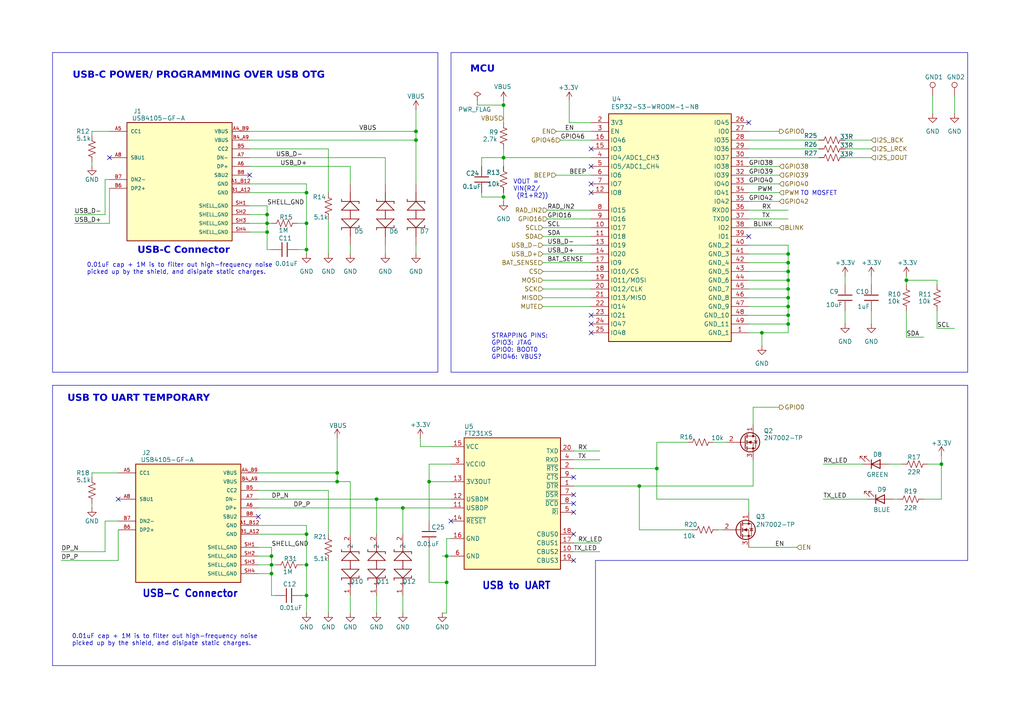
<source format=kicad_sch>
(kicad_sch (version 20250114) (generator "eeschema") (generator_version "9.0")
  (paper "A4")
  (lib_symbols
    (symbol "Connector:TestPoint" (pin_numbers (hide yes)) (pin_names (offset 0.762) (hide yes))
      (property "Reference" "TP" (at 0 6.858 0))
      (property "Value" "TestPoint" (at 0 5.08 0))
      (symbol "TestPoint_1_1"
        (pin passive line (at 0 0 90) (length 2.54) (name "1") (number "1"))
      )
    )
    (symbol "Device:C" (pin_numbers (hide yes)) (pin_names (offset 0.254))
      (property "Reference" "C" (at 0.635 2.54 0))
      (property "Value" "C" (at 0.635 -2.54 0))
      (symbol "C_1_1"
        (pin passive line (at 0 3.81 270) (length 2.794) (name "~") (number "1"))
        (pin passive line (at 0 -3.81 90) (length 2.794) (name "~") (number "2"))
      )
    )
    (symbol "Device:LED" (pin_numbers (hide yes)) (pin_names (offset 1.016) (hide yes))
      (property "Reference" "D" (at 0 2.54 0))
      (property "Value" "LED" (at 0 -2.54 0))
      (symbol "LED_1_1"
        (pin passive line (at -3.81 0 0) (length 2.54) (name "K") (number "1"))
        (pin passive line (at 3.81 0 180) (length 2.54) (name "A") (number "2"))
      )
    )
    (symbol "Device:R_US" (pin_numbers (hide yes)) (pin_names (offset 0))
      (property "Reference" "R" (at 2.54 0 90))
      (property "Value" "R_US" (at -2.54 0 90))
      (symbol "R_US_1_1"
        (pin passive line (at 0 3.81 270) (length 1.27) (name "~") (number "1"))
        (pin passive line (at 0 -3.81 90) (length 1.27) (name "~") (number "2"))
      )
    )
    (symbol "ESP32-S3-WROOM-1-N8:ESP32-S3-WROOM-1-N8"
      (property "Reference" "U" (at -10.16 29.21 0))
      (property "Value" "ESP32-S3-WROOM-1-N8" (at -10.16 26.67 0))
      (symbol "ESP32-S3-WROOM-1-N8_1_1"
        (pin passive line (at -15.24 21.59 0) (length 5.08) (name "3V3") (number "2"))
        (pin passive line (at -15.24 19.05 0) (length 5.08) (name "EN") (number "3"))
        (pin passive line (at -15.24 16.51 0) (length 5.08) (name "IO46") (number "16"))
        (pin passive line (at -15.24 13.97 0) (length 5.08) (name "IO3") (number "15"))
        (pin passive line (at -15.24 11.43 0) (length 5.08) (name "IO4/ADC1_CH3") (number "4"))
        (pin passive line (at -15.24 8.89 0) (length 5.08) (name "IO5/ADC1_CH4") (number "5"))
        (pin passive line (at -15.24 6.35 0) (length 5.08) (name "IO6") (number "6"))
        (pin passive line (at -15.24 3.81 0) (length 5.08) (name "IO7") (number "7"))
        (pin passive line (at -15.24 1.27 0) (length 5.08) (name "IO8") (number "12"))
        (pin passive line (at -15.24 -3.81 0) (length 5.08) (name "IO15") (number "8"))
        (pin passive line (at -15.24 -6.35 0) (length 5.08) (name "IO16") (number "9"))
        (pin passive line (at -15.24 -8.89 0) (length 5.08) (name "IO17") (number "10"))
        (pin passive line (at -15.24 -11.43 0) (length 5.08) (name "IO18") (number "11"))
        (pin passive line (at -15.24 -13.97 0) (length 5.08) (name "IO19") (number "13"))
        (pin passive line (at -15.24 -16.51 0) (length 5.08) (name "IO20") (number "14"))
        (pin passive line (at -15.24 -19.05 0) (length 5.08) (name "IO9") (number "17"))
        (pin passive line (at -15.24 -21.59 0) (length 5.08) (name "IO10/CS") (number "18"))
        (pin passive line (at -15.24 -24.13 0) (length 5.08) (name "IO11/MOSI") (number "19"))
        (pin passive line (at -15.24 -26.67 0) (length 5.08) (name "IO12/CLK") (number "20"))
        (pin passive line (at -15.24 -29.21 0) (length 5.08) (name "IO13/MISO") (number "21"))
        (pin passive line (at -15.24 -31.75 0) (length 5.08) (name "IO14") (number "22"))
        (pin passive line (at -15.24 -34.29 0) (length 5.08) (name "IO21") (number "23"))
        (pin passive line (at -15.24 -36.83 0) (length 5.08) (name "IO47") (number "24"))
        (pin passive line (at -15.24 -39.37 0) (length 5.08) (name "IO48") (number "25"))
        (pin passive line (at 30.48 21.59 180) (length 5.08) (name "IO45") (number "26"))
        (pin passive line (at 30.48 19.05 180) (length 5.08) (name "IO0") (number "27"))
        (pin passive line (at 30.48 16.51 180) (length 5.08) (name "IO35") (number "28"))
        (pin passive line (at 30.48 13.97 180) (length 5.08) (name "IO36") (number "29"))
        (pin passive line (at 30.48 11.43 180) (length 5.08) (name "IO37") (number "30"))
        (pin passive line (at 30.48 8.89 180) (length 5.08) (name "IO38") (number "31"))
        (pin passive line (at 30.48 6.35 180) (length 5.08) (name "IO39") (number "32"))
        (pin passive line (at 30.48 3.81 180) (length 5.08) (name "IO40") (number "33"))
        (pin passive line (at 30.48 1.27 180) (length 5.08) (name "IO41") (number "34"))
        (pin passive line (at 30.48 -1.27 180) (length 5.08) (name "IO42") (number "35"))
        (pin passive line (at 30.48 -3.81 180) (length 5.08) (name "RXD0") (number "36"))
        (pin passive line (at 30.48 -6.35 180) (length 5.08) (name "TXD0") (number "37"))
        (pin passive line (at 30.48 -8.89 180) (length 5.08) (name "IO2") (number "38"))
        (pin passive line (at 30.48 -11.43 180) (length 5.08) (name "IO1") (number "39"))
        (pin passive line (at 30.48 -13.97 180) (length 5.08) (name "GND_2") (number "40"))
        (pin passive line (at 30.48 -16.51 180) (length 5.08) (name "GND_3") (number "41"))
        (pin passive line (at 30.48 -19.05 180) (length 5.08) (name "GND_4") (number "42"))
        (pin passive line (at 30.48 -21.59 180) (length 5.08) (name "GND_5") (number "43"))
        (pin passive line (at 30.48 -24.13 180) (length 5.08) (name "GND_6") (number "44"))
        (pin passive line (at 30.48 -26.67 180) (length 5.08) (name "GND_7") (number "45"))
        (pin passive line (at 30.48 -29.21 180) (length 5.08) (name "GND_8") (number "46"))
        (pin passive line (at 30.48 -31.75 180) (length 5.08) (name "GND_9") (number "47"))
        (pin passive line (at 30.48 -34.29 180) (length 5.08) (name "GND_10") (number "48"))
        (pin passive line (at 30.48 -36.83 180) (length 5.08) (name "GND_11") (number "49"))
        (pin passive line (at 30.48 -39.37 180) (length 5.08) (name "GND_1") (number "1"))
      )
    )
    (symbol "Interface_USB:FT231XS"
      (property "Reference" "U" (at -13.97 20.32 0))
      (property "Value" "FT231XS" (at 7.62 20.32 0))
      (symbol "FT231XS_1_1"
        (pin power_in line (at -17.78 16.51 0) (length 3.81) (name "VCC") (number "15"))
        (pin power_in line (at -17.78 11.43 0) (length 3.81) (name "VCCIO") (number "3"))
        (pin power_out line (at -17.78 6.35 0) (length 3.81) (name "3V3OUT") (number "13"))
        (pin bidirectional line (at -17.78 1.27 0) (length 3.81) (name "USBDM") (number "12"))
        (pin bidirectional line (at -17.78 -1.27 0) (length 3.81) (name "USBDP") (number "11"))
        (pin input line (at -17.78 -5.08 0) (length 3.81) (name "~{RESET}") (number "14"))
        (pin power_in line (at -17.78 -10.16 0) (length 3.81) (name "GND") (number "16"))
        (pin power_in line (at -17.78 -15.24 0) (length 3.81) (name "GND") (number "6"))
        (pin output line (at 17.78 15.24 180) (length 3.81) (name "TXD") (number "20"))
        (pin input line (at 17.78 12.7 180) (length 3.81) (name "RXD") (number "4"))
        (pin output line (at 17.78 10.16 180) (length 3.81) (name "~{RTS}") (number "2"))
        (pin input line (at 17.78 7.62 180) (length 3.81) (name "~{CTS}") (number "9"))
        (pin output line (at 17.78 5.08 180) (length 3.81) (name "~{DTR}") (number "1"))
        (pin input line (at 17.78 2.54 180) (length 3.81) (name "~{DSR}") (number "7"))
        (pin input line (at 17.78 0 180) (length 3.81) (name "~{DCD}") (number "8"))
        (pin input line (at 17.78 -2.54 180) (length 3.81) (name "~{RI}") (number "5"))
        (pin bidirectional line (at 17.78 -8.89 180) (length 3.81) (name "CBUS0") (number "18"))
        (pin bidirectional line (at 17.78 -11.43 180) (length 3.81) (name "CBUS1") (number "17"))
        (pin bidirectional line (at 17.78 -13.97 180) (length 3.81) (name "CBUS2") (number "10"))
        (pin bidirectional line (at 17.78 -16.51 180) (length 3.81) (name "CBUS3") (number "19"))
      )
    )
    (symbol "PESD5V0S1BA_1" (pin_names (offset 0.254))
      (property "Reference" "CR" (at 9.525 -5.715 0))
      (property "Value" "PESD5V0S1BA" (at 8.89 -9.525 0))
      (symbol "PESD5V0S1BA_1_1_1"
        (pin power_in line (at 0 0 0) (length 2.54) (name "1") (number "1"))
        (pin passive line (at 17.78 0 180) (length 2.54) (name "2") (number "2"))
      )
    )
    (symbol "PESD5V0S1BA_2" (pin_numbers (hide yes)) (pin_names (offset 0.254) (hide yes))
      (property "Reference" "CR" (at 9.525 -5.715 0))
      (property "Value" "PESD5V0S1BA" (at 8.89 -9.525 0))
      (symbol "PESD5V0S1BA_2_1_1"
        (pin power_in line (at 0 0 0) (length 2.54) (name "1") (number "1"))
        (pin passive line (at 17.78 0 180) (length 2.54) (name "2") (number "2"))
      )
    )
    (symbol "Transistor_FET:BS108" (pin_names (hide yes))
      (property "Reference" "Q" (at 5.08 1.905 0))
      (property "Value" "BS108" (at 5.08 0 0))
      (symbol "BS108_1_1"
        (pin input line (at -5.08 0 0) (length 2.54) (name "G") (number "2"))
        (pin passive line (at 2.54 5.08 270) (length 2.54) (name "D") (number "1"))
        (pin passive line (at 2.54 -5.08 90) (length 2.54) (name "S") (number "3"))
      )
    )
    (symbol "USB4105-GF-A:USB4105-GF-A" (pin_names (offset 1.016))
      (property "Reference" "J" (at -13.97 13.462 0))
      (property "Value" "USB4105-GF-A" (at -14.732 -25.4 0))
      (symbol "USB4105-GF-A_0_0"
        (pin bidirectional line (at -20.32 10.16 0) (length 5.08) (name "CC1") (number "A5"))
        (pin bidirectional line (at -20.32 2.54 0) (length 5.08) (name "SBU1") (number "A8"))
        (pin power_in line (at 20.32 7.62 180) (length 5.08) (name "VBUS") (number "B4_A9"))
        (pin bidirectional line (at 20.32 5.08 180) (length 5.08) (name "CC2") (number "B5"))
        (pin bidirectional line (at 20.32 -2.54 180) (length 5.08) (name "SBU2") (number "B8"))
        (pin power_in line (at 20.32 -5.08 180) (length 5.08) (name "GND") (number "A1_B12"))
        (pin power_in line (at 20.32 -7.62 180) (length 5.08) (name "GND") (number "B1_A12"))
      )
      (symbol "USB4105-GF-A_1_0"
        (pin bidirectional line (at -20.32 -3.81 0) (length 5.08) (name "DN2-") (number "B7"))
        (pin bidirectional line (at -20.32 -6.35 0) (length 5.08) (name "DP2+") (number "B6"))
        (pin power_in line (at 20.32 10.16 180) (length 5.08) (name "VBUS") (number "A4_B9"))
        (pin bidirectional line (at 20.32 2.54 180) (length 5.08) (name "DN-") (number "A7"))
        (pin bidirectional line (at 20.32 0 180) (length 5.08) (name "DP+") (number "A6"))
        (pin passive line (at 20.32 -11.43 180) (length 5.08) (name "SHELL_GND") (number "SH1"))
        (pin passive line (at 20.32 -13.97 180) (length 5.08) (name "SHELL_GND") (number "SH2"))
        (pin passive line (at 20.32 -16.51 180) (length 5.08) (name "SHELL_GND") (number "SH3"))
        (pin passive line (at 20.32 -19.05 180) (length 5.08) (name "SHELL_GND") (number "SH4"))
      )
    )
    (symbol "USB4105-GF-A_1" (pin_names (offset 1.016))
      (property "Reference" "J" (at -13.97 13.462 0))
      (property "Value" "USB4105-GF-A" (at -14.732 -25.4 0))
      (symbol "USB4105-GF-A_1_0_0"
        (pin bidirectional line (at -20.32 10.16 0) (length 5.08) (name "CC1") (number "A5"))
        (pin bidirectional line (at -20.32 2.54 0) (length 5.08) (name "SBU1") (number "A8"))
        (pin power_in line (at 20.32 7.62 180) (length 5.08) (name "VBUS") (number "B4_A9"))
        (pin bidirectional line (at 20.32 5.08 180) (length 5.08) (name "CC2") (number "B5"))
        (pin bidirectional line (at 20.32 -2.54 180) (length 5.08) (name "SBU2") (number "B8"))
        (pin power_in line (at 20.32 -5.08 180) (length 5.08) (name "GND") (number "A1_B12"))
        (pin power_in line (at 20.32 -7.62 180) (length 5.08) (name "GND") (number "B1_A12"))
      )
      (symbol "USB4105-GF-A_1_1_0"
        (pin bidirectional line (at -20.32 -3.81 0) (length 5.08) (name "DN2-") (number "B7"))
        (pin bidirectional line (at -20.32 -6.35 0) (length 5.08) (name "DP2+") (number "B6"))
        (pin power_in line (at 20.32 10.16 180) (length 5.08) (name "VBUS") (number "A4_B9"))
        (pin bidirectional line (at 20.32 2.54 180) (length 5.08) (name "DN-") (number "A7"))
        (pin bidirectional line (at 20.32 0 180) (length 5.08) (name "DP+") (number "A6"))
        (pin passive line (at 20.32 -11.43 180) (length 5.08) (name "SHELL_GND") (number "SH1"))
        (pin passive line (at 20.32 -13.97 180) (length 5.08) (name "SHELL_GND") (number "SH2"))
        (pin passive line (at 20.32 -16.51 180) (length 5.08) (name "SHELL_GND") (number "SH3"))
        (pin passive line (at 20.32 -19.05 180) (length 5.08) (name "SHELL_GND") (number "SH4"))
      )
    )
    (symbol "power:+3.3V" (power) (pin_numbers (hide yes)) (pin_names (offset 0) (hide yes))
      (property "Value" "+3.3V" (at 0 3.556 0))
      (symbol "+3.3V_1_1"
        (pin power_in line (at 0 0 90) (length 0) (name "~") (number "1"))
      )
    )
    (symbol "power:+5V" (power) (pin_numbers (hide yes)) (pin_names (offset 0) (hide yes))
      (property "Value" "+5V" (at 0 3.556 0))
      (symbol "+5V_1_1"
        (pin power_in line (at 0 0 90) (length 0) (name "~") (number "1"))
      )
    )
    (symbol "power:+BATT" (power) (pin_numbers (hide yes)) (pin_names (offset 0) (hide yes))
      (property "Value" "+BATT" (at 0 3.556 0))
      (symbol "+BATT_1_1"
        (pin power_in line (at 0 0 90) (length 0) (name "~") (number "1"))
      )
    )
    (symbol "power:GND" (power) (pin_numbers (hide yes)) (pin_names (offset 0) (hide yes))
      (property "Value" "GND" (at 0 -3.81 0))
      (symbol "GND_1_1"
        (pin power_in line (at 0 0 270) (length 0) (name "~") (number "1"))
      )
    )
    (symbol "power:PWR_FLAG" (power) (pin_numbers (hide yes)) (pin_names (offset 0) (hide yes))
      (property "Value" "PWR_FLAG" (at 0 3.81 0))
      (symbol "PWR_FLAG_0_0"
        (pin power_out line (at 0 0 90) (length 0) (name "~") (number "1"))
      )
    )
    (symbol "power:VBUS" (power) (pin_numbers (hide yes)) (pin_names (offset 0) (hide yes))
      (property "Value" "VBUS" (at 0 3.556 0))
      (symbol "VBUS_1_1"
        (pin power_in line (at 0 0 90) (length 0) (name "~") (number "1"))
      )
    )
  )
  (rectangle (start 130.81 15.24) (end 280.67 107.95))
  (rectangle (start 15.24 15.24) (end 127 107.95))
  (rectangle (start 15.24 110.49) (end 165.1 182.88) (stroke (width -0.0001)))
  (text "USB-C POWER/ PROGRAMMING OVER USB OTG" (at 21.082 23.622 0) (effects (font (size 2 2) (thickness 1.016) (bold yes)) (justify left bottom)))
  (text "0.01uF cap + 1M is to filter out high-frequency noise \npicked up by the shield, and disipate static charges." (at 25.146 77.978 0) (effects (font (size 1.27 1.27)) (justify left)))
  (text "MCU" (at 136.398 21.844 0) (effects (font (size 2 2) (thickness 1.016) (bold yes)) (justify left bottom)))
  (text "0.01uF cap + 1M is to filter out high-frequency noise \npicked up by the shield, and disipate static charges." (at 20.828 185.674 0) (effects (font (size 1.27 1.27)) (justify left)))
  (text "VOUT = \nVIN(R2/\n (R1+R2))" (at 148.844 54.864 0) (effects (font (size 1.27 1.27)) (justify left)))
  (text "USB TO UART TEMPORARY" (at 19.558 117.348 0) (effects (font (size 2 2) (thickness 0.4064) (bold yes)) (justify left bottom)))
  (text "TO MOSFET" (at 232.156 56.134 0) (effects (font (size 1.27 1.27)) (justify left)))
  (text "USB-C Connector" (at 39.878 74.422 0) (effects (font (size 2 2) (thickness 0.4064) (bold yes)) (justify left bottom)))
  (text "STRAPPING PINS: \nGPIO3: JTAG\nGPIO0: BOOT0\nGPIO46: VBUS?" (at 142.494 100.584 0) (effects (font (size 1.27 1.27)) (justify left)))
  (text "USB to UART" (at 139.7 171.196 0) (effects (font (size 2.032 2.032) (thickness 0.4064) (bold yes)) (justify left bottom)))
  (text "USB-C Connector" (at 41.148 173.482 0) (effects (font (size 2.032 2.032) (thickness 0.4064) (bold yes)) (justify left bottom)))
  (junction (at 273.05 134.62))
  (junction (at 116.84 147.32))
  (junction (at 78.74 161.29))
  (junction (at 88.9 55.88))
  (junction (at 185.42 140.97))
  (junction (at 120.65 40.64))
  (junction (at 97.79 139.7))
  (junction (at 146.05 45.72))
  (junction (at 88.9 172.72))
  (junction (at 146.05 57.15))
  (junction (at 228.6 86.36))
  (junction (at 88.9 64.77))
  (junction (at 262.89 81.28))
  (junction (at 146.05 30.48))
  (junction (at 228.6 88.9))
  (junction (at 77.47 67.31))
  (junction (at 220.98 96.52))
  (junction (at 190.5 135.89))
  (junction (at 129.54 168.91))
  (junction (at 109.22 144.78))
  (junction (at 88.9 163.83))
  (junction (at 228.6 76.2))
  (junction (at 228.6 91.44))
  (junction (at 78.74 166.37))
  (junction (at 88.9 154.94))
  (junction (at 228.6 73.66))
  (junction (at 77.47 64.77))
  (junction (at 228.6 83.82))
  (junction (at 228.6 78.74))
  (junction (at 228.6 93.98))
  (junction (at 88.9 72.39))
  (junction (at 124.46 139.7))
  (junction (at 129.54 161.29))
  (junction (at 78.74 163.83))
  (junction (at 97.79 137.16))
  (junction (at 228.6 81.28))
  (junction (at 120.65 38.1))
  (junction (at 77.47 62.23))
  (no_connect (at 166.37 148.59))
  (no_connect (at 72.39 50.8))
  (no_connect (at 130.81 151.13))
  (no_connect (at 217.17 35.56))
  (no_connect (at 166.37 138.43))
  (no_connect (at 171.45 93.98))
  (no_connect (at 166.37 154.94))
  (no_connect (at 34.29 144.78))
  (no_connect (at 171.45 91.44))
  (no_connect (at 171.45 43.18))
  (no_connect (at 171.45 48.26))
  (no_connect (at 166.37 146.05))
  (no_connect (at 217.17 68.58))
  (no_connect (at 171.45 55.88))
  (no_connect (at 74.93 149.86))
  (no_connect (at 166.37 162.56))
  (no_connect (at 166.37 143.51))
  (no_connect (at 171.45 53.34))
  (no_connect (at 31.75 45.72))
  (no_connect (at 171.45 96.52))
  (wire (pts (xy 157.48 86.36) (xy 171.45 86.36)))
  (wire (pts (xy 120.65 40.64) (xy 120.65 53.34)))
  (wire (pts (xy 226.06 118.11) (xy 218.44 118.11)))
  (wire (pts (xy 166.37 140.97) (xy 185.42 140.97)))
  (wire (pts (xy 146.05 45.72) (xy 146.05 48.26)))
  (wire (pts (xy 228.6 91.44) (xy 217.17 91.44)))
  (polyline (pts (xy 280.67 162.56) (xy 172.72 162.56)))
  (wire (pts (xy 217.17 60.96) (xy 228.6 60.96)))
  (wire (pts (xy 158.75 63.5) (xy 171.45 63.5)))
  (wire (pts (xy 185.42 140.97) (xy 218.44 140.97)))
  (wire (pts (xy 120.65 38.1) (xy 120.65 40.64)))
  (wire (pts (xy 217.17 144.78) (xy 217.17 148.59)))
  (wire (pts (xy 273.05 134.62) (xy 269.24 134.62)))
  (wire (pts (xy 120.65 31.75) (xy 120.65 38.1)))
  (wire (pts (xy 161.29 50.8) (xy 171.45 50.8)))
  (wire (pts (xy 217.17 45.72) (xy 237.49 45.72)))
  (wire (pts (xy 77.47 72.39) (xy 77.47 67.31)))
  (wire (pts (xy 74.93 152.4) (xy 88.9 152.4)))
  (wire (pts (xy 273.05 132.08) (xy 273.05 134.62)))
  (wire (pts (xy 17.78 160.02) (xy 30.48 160.02)))
  (wire (pts (xy 276.86 27.94) (xy 276.86 33.02)))
  (wire (pts (xy 74.93 158.75) (xy 78.74 158.75)))
  (wire (pts (xy 129.54 168.91) (xy 129.54 177.8)))
  (wire (pts (xy 271.78 95.25) (xy 276.86 95.25)))
  (wire (pts (xy 228.6 78.74) (xy 228.6 81.28)))
  (wire (pts (xy 139.7 45.72) (xy 146.05 45.72)))
  (wire (pts (xy 130.81 139.7) (xy 124.46 139.7)))
  (wire (pts (xy 228.6 86.36) (xy 228.6 88.9)))
  (wire (pts (xy 190.5 144.78) (xy 217.17 144.78)))
  (wire (pts (xy 161.29 38.1) (xy 171.45 38.1)))
  (wire (pts (xy 17.78 162.56) (xy 34.29 162.56)))
  (wire (pts (xy 78.74 172.72) (xy 78.74 166.37)))
  (wire (pts (xy 245.11 43.18) (xy 252.73 43.18)))
  (wire (pts (xy 238.76 144.78) (xy 251.46 144.78)))
  (wire (pts (xy 157.48 73.66) (xy 171.45 73.66)))
  (wire (pts (xy 111.76 45.72) (xy 111.76 53.34)))
  (wire (pts (xy 26.67 137.16) (xy 26.67 138.43)))
  (wire (pts (xy 88.9 64.77) (xy 88.9 72.39)))
  (wire (pts (xy 146.05 43.18) (xy 146.05 45.72)))
  (wire (pts (xy 259.08 144.78) (xy 260.35 144.78)))
  (wire (pts (xy 72.39 53.34) (xy 88.9 53.34)))
  (wire (pts (xy 74.93 137.16) (xy 97.79 137.16)))
  (wire (pts (xy 217.17 71.12) (xy 228.6 71.12)))
  (wire (pts (xy 101.6 48.26) (xy 101.6 53.34)))
  (wire (pts (xy 220.98 96.52) (xy 220.98 100.33)))
  (wire (pts (xy 124.46 139.7) (xy 124.46 151.13)))
  (wire (pts (xy 217.17 48.26) (xy 226.06 48.26)))
  (wire (pts (xy 124.46 134.62) (xy 124.46 139.7)))
  (wire (pts (xy 185.42 140.97) (xy 185.42 153.67)))
  (wire (pts (xy 109.22 144.78) (xy 109.22 154.94)))
  (wire (pts (xy 88.9 154.94) (xy 88.9 163.83)))
  (wire (pts (xy 111.76 71.12) (xy 111.76 73.66)))
  (wire (pts (xy 31.75 38.1) (xy 26.67 38.1)))
  (wire (pts (xy 80.01 163.83) (xy 78.74 163.83)))
  (wire (pts (xy 146.05 30.48) (xy 146.05 35.56)))
  (wire (pts (xy 217.17 86.36) (xy 228.6 86.36)))
  (wire (pts (xy 217.17 96.52) (xy 220.98 96.52)))
  (wire (pts (xy 72.39 67.31) (xy 77.47 67.31)))
  (wire (pts (xy 162.56 40.64) (xy 171.45 40.64)))
  (wire (pts (xy 34.29 162.56) (xy 34.29 153.67)))
  (wire (pts (xy 34.29 137.16) (xy 26.67 137.16)))
  (wire (pts (xy 245.11 80.01) (xy 245.11 82.55)))
  (wire (pts (xy 101.6 139.7) (xy 101.6 154.94)))
  (wire (pts (xy 72.39 62.23) (xy 77.47 62.23)))
  (wire (pts (xy 271.78 81.28) (xy 271.78 82.55)))
  (wire (pts (xy 217.17 38.1) (xy 226.06 38.1)))
  (wire (pts (xy 97.79 139.7) (xy 101.6 139.7)))
  (wire (pts (xy 26.67 38.1) (xy 26.67 39.37)))
  (wire (pts (xy 74.93 147.32) (xy 116.84 147.32)))
  (wire (pts (xy 95.25 43.18) (xy 95.25 55.88)))
  (wire (pts (xy 217.17 55.88) (xy 226.06 55.88)))
  (wire (pts (xy 228.6 73.66) (xy 228.6 76.2)))
  (wire (pts (xy 72.39 43.18) (xy 95.25 43.18)))
  (wire (pts (xy 165.1 35.56) (xy 171.45 35.56)))
  (wire (pts (xy 138.43 29.21) (xy 138.43 30.48)))
  (polyline (pts (xy 15.24 111.76) (xy 280.67 111.76)))
  (wire (pts (xy 88.9 55.88) (xy 88.9 64.77)))
  (wire (pts (xy 34.29 151.13) (xy 30.48 151.13)))
  (wire (pts (xy 157.48 71.12) (xy 171.45 71.12)))
  (wire (pts (xy 166.37 135.89) (xy 190.5 135.89)))
  (wire (pts (xy 217.17 73.66) (xy 228.6 73.66)))
  (wire (pts (xy 30.48 52.07) (xy 30.48 62.23)))
  (wire (pts (xy 245.11 90.17) (xy 245.11 93.98)))
  (wire (pts (xy 217.17 63.5) (xy 228.6 63.5)))
  (wire (pts (xy 88.9 152.4) (xy 88.9 154.94)))
  (wire (pts (xy 74.93 142.24) (xy 95.25 142.24)))
  (wire (pts (xy 217.17 58.42) (xy 226.06 58.42)))
  (wire (pts (xy 95.25 63.5) (xy 95.25 73.66)))
  (wire (pts (xy 262.89 90.17) (xy 262.89 97.79)))
  (wire (pts (xy 228.6 71.12) (xy 228.6 73.66)))
  (wire (pts (xy 74.93 166.37) (xy 78.74 166.37)))
  (wire (pts (xy 97.79 127) (xy 97.79 137.16)))
  (wire (pts (xy 72.39 38.1) (xy 120.65 38.1)))
  (wire (pts (xy 77.47 59.69) (xy 77.47 62.23)))
  (wire (pts (xy 157.48 88.9) (xy 171.45 88.9)))
  (wire (pts (xy 228.6 93.98) (xy 228.6 96.52)))
  (wire (pts (xy 157.48 81.28) (xy 171.45 81.28)))
  (wire (pts (xy 129.54 161.29) (xy 129.54 168.91)))
  (wire (pts (xy 171.45 45.72) (xy 146.05 45.72)))
  (wire (pts (xy 228.6 91.44) (xy 228.6 93.98)))
  (wire (pts (xy 146.05 57.15) (xy 146.05 58.42)))
  (wire (pts (xy 139.7 57.15) (xy 146.05 57.15)))
  (wire (pts (xy 72.39 48.26) (xy 101.6 48.26)))
  (wire (pts (xy 72.39 45.72) (xy 111.76 45.72)))
  (wire (pts (xy 157.48 66.04) (xy 171.45 66.04)))
  (wire (pts (xy 21.59 62.23) (xy 30.48 62.23)))
  (wire (pts (xy 217.17 83.82) (xy 228.6 83.82)))
  (wire (pts (xy 217.17 78.74) (xy 228.6 78.74)))
  (wire (pts (xy 86.36 64.77) (xy 88.9 64.77)))
  (wire (pts (xy 218.44 118.11) (xy 218.44 123.19)))
  (wire (pts (xy 262.89 81.28) (xy 262.89 82.55)))
  (wire (pts (xy 217.17 53.34) (xy 226.06 53.34)))
  (wire (pts (xy 217.17 40.64) (xy 237.49 40.64)))
  (wire (pts (xy 74.93 154.94) (xy 88.9 154.94)))
  (wire (pts (xy 116.84 147.32) (xy 130.81 147.32)))
  (wire (pts (xy 77.47 72.39) (xy 78.74 72.39)))
  (wire (pts (xy 31.75 52.07) (xy 30.48 52.07)))
  (wire (pts (xy 101.6 172.72) (xy 101.6 177.8)))
  (wire (pts (xy 26.67 146.05) (xy 26.67 147.32)))
  (wire (pts (xy 217.17 66.04) (xy 226.06 66.04)))
  (wire (pts (xy 26.67 46.99) (xy 26.67 48.26)))
  (wire (pts (xy 129.54 161.29) (xy 128.27 161.29)))
  (wire (pts (xy 245.11 45.72) (xy 252.73 45.72)))
  (polyline (pts (xy 280.67 111.76) (xy 280.67 162.56)))
  (wire (pts (xy 74.93 144.78) (xy 109.22 144.78)))
  (wire (pts (xy 78.74 158.75) (xy 78.74 161.29)))
  (wire (pts (xy 109.22 172.72) (xy 109.22 177.8)))
  (wire (pts (xy 228.6 81.28) (xy 228.6 83.82)))
  (wire (pts (xy 208.28 153.67) (xy 209.55 153.67)))
  (wire (pts (xy 124.46 134.62) (xy 130.81 134.62)))
  (wire (pts (xy 217.17 50.8) (xy 226.06 50.8)))
  (wire (pts (xy 124.46 168.91) (xy 129.54 168.91)))
  (wire (pts (xy 72.39 64.77) (xy 77.47 64.77)))
  (wire (pts (xy 270.51 27.94) (xy 270.51 33.02)))
  (wire (pts (xy 88.9 72.39) (xy 88.9 73.66)))
  (wire (pts (xy 228.6 88.9) (xy 228.6 91.44)))
  (wire (pts (xy 218.44 133.35) (xy 218.44 140.97)))
  (wire (pts (xy 217.17 158.75) (xy 231.14 158.75)))
  (wire (pts (xy 72.39 55.88) (xy 88.9 55.88)))
  (wire (pts (xy 166.37 133.35) (xy 173.99 133.35)))
  (wire (pts (xy 78.74 172.72) (xy 80.01 172.72)))
  (wire (pts (xy 124.46 158.75) (xy 124.46 168.91)))
  (wire (pts (xy 116.84 172.72) (xy 116.84 177.8)))
  (wire (pts (xy 166.37 157.48) (xy 173.99 157.48)))
  (wire (pts (xy 129.54 156.21) (xy 130.81 156.21)))
  (wire (pts (xy 228.6 76.2) (xy 228.6 78.74)))
  (wire (pts (xy 228.6 83.82) (xy 228.6 86.36)))
  (wire (pts (xy 267.97 144.78) (xy 273.05 144.78)))
  (wire (pts (xy 146.05 55.88) (xy 146.05 57.15)))
  (wire (pts (xy 157.48 78.74) (xy 171.45 78.74)))
  (wire (pts (xy 77.47 64.77) (xy 77.47 67.31)))
  (wire (pts (xy 245.11 40.64) (xy 252.73 40.64)))
  (wire (pts (xy 97.79 139.7) (xy 97.79 137.16)))
  (wire (pts (xy 30.48 151.13) (xy 30.48 160.02)))
  (wire (pts (xy 109.22 144.78) (xy 130.81 144.78)))
  (wire (pts (xy 130.81 129.54) (xy 121.92 129.54)))
  (wire (pts (xy 86.36 72.39) (xy 88.9 72.39)))
  (wire (pts (xy 77.47 62.23) (xy 77.47 64.77)))
  (wire (pts (xy 157.48 83.82) (xy 171.45 83.82)))
  (wire (pts (xy 139.7 48.26) (xy 139.7 45.72)))
  (wire (pts (xy 217.17 93.98) (xy 228.6 93.98)))
  (wire (pts (xy 138.43 30.48) (xy 146.05 30.48)))
  (wire (pts (xy 87.63 163.83) (xy 88.9 163.83)))
  (wire (pts (xy 166.37 130.81) (xy 173.99 130.81)))
  (wire (pts (xy 262.89 97.79) (xy 267.97 97.79)))
  (wire (pts (xy 157.48 68.58) (xy 171.45 68.58)))
  (wire (pts (xy 74.93 163.83) (xy 78.74 163.83)))
  (wire (pts (xy 78.74 163.83) (xy 78.74 166.37)))
  (wire (pts (xy 95.25 142.24) (xy 95.25 154.94)))
  (wire (pts (xy 257.81 134.62) (xy 261.62 134.62)))
  (wire (pts (xy 129.54 177.8) (xy 128.27 177.8)))
  (wire (pts (xy 262.89 81.28) (xy 271.78 81.28)))
  (wire (pts (xy 252.73 90.17) (xy 252.73 93.98)))
  (wire (pts (xy 78.74 161.29) (xy 78.74 163.83)))
  (wire (pts (xy 157.48 76.2) (xy 171.45 76.2)))
  (wire (pts (xy 72.39 59.69) (xy 77.47 59.69)))
  (wire (pts (xy 190.5 128.27) (xy 190.5 135.89)))
  (wire (pts (xy 74.93 139.7) (xy 97.79 139.7)))
  (wire (pts (xy 217.17 81.28) (xy 228.6 81.28)))
  (wire (pts (xy 271.78 90.17) (xy 271.78 95.25)))
  (wire (pts (xy 165.1 29.21) (xy 165.1 35.56)))
  (wire (pts (xy 87.63 172.72) (xy 88.9 172.72)))
  (wire (pts (xy 185.42 153.67) (xy 200.66 153.67)))
  (wire (pts (xy 217.17 43.18) (xy 237.49 43.18)))
  (wire (pts (xy 88.9 53.34) (xy 88.9 55.88)))
  (wire (pts (xy 129.54 161.29) (xy 129.54 156.21)))
  (wire (pts (xy 217.17 88.9) (xy 228.6 88.9)))
  (wire (pts (xy 252.73 80.01) (xy 252.73 82.55)))
  (wire (pts (xy 74.93 161.29) (xy 78.74 161.29)))
  (wire (pts (xy 262.89 80.01) (xy 262.89 81.28)))
  (wire (pts (xy 273.05 134.62) (xy 273.05 144.78)))
  (polyline (pts (xy 172.72 162.56) (xy 172.72 193.04)))
  (wire (pts (xy 88.9 172.72) (xy 88.9 177.8)))
  (wire (pts (xy 101.6 71.12) (xy 101.6 73.66)))
  (wire (pts (xy 72.39 40.64) (xy 120.65 40.64)))
  (wire (pts (xy 95.25 162.56) (xy 95.25 177.8)))
  (wire (pts (xy 116.84 147.32) (xy 116.84 154.94)))
  (wire (pts (xy 120.65 71.12) (xy 120.65 73.66)))
  (wire (pts (xy 78.74 64.77) (xy 77.47 64.77)))
  (wire (pts (xy 166.37 160.02) (xy 173.99 160.02)))
  (wire (pts (xy 21.59 64.77) (xy 31.75 64.77)))
  (wire (pts (xy 146.05 29.21) (xy 146.05 30.48)))
  (wire (pts (xy 139.7 55.88) (xy 139.7 57.15)))
  (wire (pts (xy 158.75 60.96) (xy 171.45 60.96)))
  (wire (pts (xy 88.9 163.83) (xy 88.9 172.72)))
  (polyline (pts (xy 15.24 111.76) (xy 15.24 193.04)))
  (polyline (pts (xy 172.72 193.04) (xy 15.24 193.04)))
  (wire (pts (xy 217.17 76.2) (xy 228.6 76.2)))
  (wire (pts (xy 130.81 161.29) (xy 129.54 161.29)))
  (wire (pts (xy 31.75 64.77) (xy 31.75 54.61)))
  (wire (pts (xy 190.5 128.27) (xy 199.39 128.27)))
  (wire (pts (xy 121.92 127) (xy 121.92 129.54)))
  (wire (pts (xy 190.5 135.89) (xy 190.5 144.78)))
  (wire (pts (xy 207.01 128.27) (xy 210.82 128.27)))
  (wire (pts (xy 220.98 96.52) (xy 228.6 96.52)))
  (wire (pts (xy 238.76 134.62) (xy 250.19 134.62)))
  (label "DP_P" (at 17.78 162.56 0))
  (label "USB_D+" (at 158.75 73.66 0))
  (label "PWM" (at 219.71 55.88 0))
  (label "SHELL_GND" (at 77.47 59.69 0))
  (label "SDA" (at 158.75 68.58 0))
  (label "USB_D-" (at 80.01 45.72 0))
  (label "DP_P" (at 85.09 147.32 0))
  (label "GPIO42" (at 217.17 58.42 0))
  (label "SCL" (at 158.75 66.04 0))
  (label "GPIO16" (at 158.75 63.5 0))
  (label "EN" (at 224.79 158.75 0))
  (label "USB_D-" (at 158.75 71.12 0))
  (label "SCL" (at 271.78 95.25 0))
  (label "GPIO40" (at 217.17 53.34 0))
  (label "EN" (at 163.83 38.1 0))
  (label "BLINK" (at 218.44 66.04 0))
  (label "GPIO46" (at 162.56 40.64 0))
  (label "USB_D+" (at 81.28 48.26 0))
  (label "TX_LED" (at 238.76 144.78 0))
  (label "USB_D-" (at 21.59 62.23 0))
  (label "USB_D+" (at 21.59 64.77 0))
  (label "RX" (at 167.64 130.81 0))
  (label "RX" (at 220.98 60.96 0))
  (label "TX" (at 220.98 63.5 0))
  (label "BEEP" (at 165.1 50.8 0))
  (label "RAD_IN2" (at 158.75 60.96 0))
  (label "RX_LED" (at 238.76 134.62 0))
  (label "GPIO39" (at 217.17 50.8 0))
  (label "VBUS" (at 104.14 38.1 0))
  (label "DP_N" (at 17.78 160.02 0))
  (label "RX_LED" (at 167.64 157.48 0))
  (label "DP_N" (at 78.74 144.78 0))
  (label "SHELL_GND" (at 78.74 158.75 0))
  (label "BAT_SENSE" (at 158.75 76.2 0))
  (label "GPIO38" (at 217.17 48.26 0))
  (label "TX" (at 167.64 133.35 0))
  (label "SDA" (at 262.89 97.79 0))
  (label "TX_LED" (at 166.37 160.02 0))
  (hierarchical_label "GPIO0" (shape output) (at 226.06 118.11 0))
  (hierarchical_label "I2S_BCK" (shape input) (at 252.73 40.64 0))
  (hierarchical_label "USB_D+" (shape input) (at 157.48 73.66 180))
  (hierarchical_label "GPIO0" (shape output) (at 226.06 38.1 0))
  (hierarchical_label "I2S_DOUT" (shape input) (at 252.73 45.72 0))
  (hierarchical_label "SDA" (shape input) (at 157.48 68.58 180))
  (hierarchical_label "CS" (shape input) (at 157.48 78.74 180))
  (hierarchical_label "GPIO40" (shape input) (at 226.06 53.34 0))
  (hierarchical_label "USB_D-" (shape input) (at 157.48 71.12 180))
  (hierarchical_label "EN" (shape input) (at 231.14 158.75 0))
  (hierarchical_label "BAT_SENSE" (shape input) (at 157.48 76.2 180))
  (hierarchical_label "RAD_IN2" (shape input) (at 158.75 60.96 180))
  (hierarchical_label "EN" (shape input) (at 161.29 38.1 180))
  (hierarchical_label "MISO" (shape input) (at 157.48 86.36 180))
  (hierarchical_label "PWM" (shape input) (at 226.06 55.88 0))
  (hierarchical_label "BEEP" (shape input) (at 161.29 50.8 180))
  (hierarchical_label "GPIO42" (shape input) (at 226.06 58.42 0))
  (hierarchical_label "GPIO39" (shape input) (at 226.06 50.8 0))
  (hierarchical_label "GPIO38" (shape input) (at 226.06 48.26 0))
  (hierarchical_label "I2S_LRCK" (shape input) (at 252.73 43.18 0))
  (hierarchical_label "SCL" (shape input) (at 157.48 66.04 180))
  (hierarchical_label "SCK" (shape input) (at 157.48 83.82 180))
  (hierarchical_label "GPIO16" (shape input) (at 158.75 63.5 180))
  (hierarchical_label "VBUS" (shape input) (at 146.05 34.29 180))
  (hierarchical_label "MOSI" (shape input) (at 157.48 81.28 180))
  (hierarchical_label "BLINK" (shape input) (at 226.06 66.04 0))
  (hierarchical_label "MUTE" (shape input) (at 157.48 88.9 180))
  (hierarchical_label "GPIO46" (shape input) (at 162.56 40.64 180))
  (symbol (lib_name "PESD5V0S1BA_2") (lib_id "PESD5V0S1BA:PESD5V0S1BA") (at 101.6 71.12 90) (unit 1)
    (property "Reference" "D5" (at 105.41 67.056 90) (effects (justify left)))
    (property "Value" "PESD5V0S1BA" (effects (hide yes)))
    (property "Footprint" "SOD323_NXP" (effects (hide yes)))
    (property "Datasheet" "PESD5V0S1BA" (effects (hide yes)))
    (property "Description" "ESD protection diode, 5.0Vrwm, SOD-323" (effects (hide yes)))
    (property "MPN" "PESD5V0S1BA,115" (effects (hide yes)))
  )
  (symbol (lib_id "power:GND") (at 26.67 48.26 0) (unit 1)
    (property "Reference" "#PWR033" (effects (hide yes)))
    (property "Value" "GND" (at 26.67 52.07 0))
  )
  (symbol (lib_name "USB4105-GF-A_1") (lib_id "USB4105-GF-A:USB4105-GF-A") (at 52.07 48.26 0) (unit 1)
    (property "Reference" "J1" (at 39.878 32.258 0))
    (property "Value" "USB4105-GF-A" (at 45.974 34.29 0))
    (property "Footprint" "USB4105-GF-A:GCT_USB4105-GF-A" (effects (hide yes)))
    (property "MPN" "USB4105-GF-A" (effects (hide yes)))
  )
  (symbol (lib_id "power:+3.3V") (at 245.11 80.01 0) (unit 1)
    (property "Reference" "#PWR019" (effects (hide yes)))
    (property "Value" "+3.3V" (at 245.11 76.2 0))
    (property "Description" "Power symbol creates a global label with name \"+3.3V\"" (effects (hide yes)))
  )
  (symbol (lib_id "power:GND") (at 95.25 177.8 0) (unit 1)
    (property "Reference" "#PWR043" (effects (hide yes)))
    (property "Value" "GND" (at 95.25 181.864 0))
    (property "Description" "Power symbol creates a global label with name \"GND\" , ground" (effects (hide yes)))
  )
  (symbol (lib_id "power:GND") (at 220.98 100.33 0) (unit 1)
    (property "Reference" "#PWR079" (effects (hide yes)))
    (property "Value" "GND" (at 220.98 105.41 0))
    (property "Description" "Power symbol creates a global label with name \"GND\" , ground" (effects (hide yes)))
  )
  (symbol (lib_id "Device:R_US") (at 264.16 144.78 270) (unit 1)
    (property "Reference" "R19" (at 262.128 142.494 90) (effects (justify left)))
    (property "Value" "22R" (at 262.128 147.32 90) (effects (justify left)))
    (property "Footprint" "Resistor_SMD:R_0805_2012Metric" (effects (hide yes)))
    (property "Description" "Resistor, US symbol" (effects (hide yes)))
    (property "MPN" "RC0805FR-0722RL" (effects (hide yes)))
  )
  (symbol (lib_id "power:GND") (at 120.65 73.66 0) (unit 1)
    (property "Reference" "#PWR083" (effects (hide yes)))
    (property "Value" "GND" (at 120.65 78.74 0))
    (property "Description" "Power symbol creates a global label with name \"GND\" , ground" (effects (hide yes)))
  )
  (symbol (lib_id "power:GND") (at 101.6 177.8 0) (unit 1)
    (property "Reference" "#PWR065" (effects (hide yes)))
    (property "Value" "GND" (at 101.6 181.864 0))
    (property "Description" "Power symbol creates a global label with name \"GND\" , ground" (effects (hide yes)))
  )
  (symbol (lib_id "USB4105-GF-A:USB4105-GF-A") (at 54.61 147.32 0) (unit 1)
    (property "Reference" "J2" (at 42.418 131.318 0))
    (property "Value" "USB4105-GF-A" (at 48.514 133.35 0))
    (property "Footprint" "USB4105-GF-A:GCT_USB4105-GF-A" (effects (hide yes)))
    (property "MPN" "USB4105-GF-A" (effects (hide yes)))
  )
  (symbol (lib_id "power:GND") (at 88.9 177.8 0) (unit 1)
    (property "Reference" "#PWR041" (effects (hide yes)))
    (property "Value" "GND" (at 88.9 181.864 0))
    (property "Description" "Power symbol creates a global label with name \"GND\" , ground" (effects (hide yes)))
  )
  (symbol (lib_id "power:GND") (at 111.76 73.66 0) (unit 1)
    (property "Reference" "#PWR082" (effects (hide yes)))
    (property "Value" "GND" (at 111.76 78.74 0))
    (property "Description" "Power symbol creates a global label with name \"GND\" , ground" (effects (hide yes)))
  )
  (symbol (lib_id "ESP32-S3-WROOM-1-N8:ESP32-S3-WROOM-1-N8") (at 186.69 57.15 0) (unit 1)
    (property "Reference" "U4" (at 178.816 28.702 0))
    (property "Value" "ESP32-S3-WROOM-1-N8" (at 189.992 30.988 0))
    (property "Footprint" "KiCad:ESP32S3WROOM1N8R2" (effects (hide yes)))
    (property "Datasheet" "https://www.espressif.com/sites/default/files/documentation/esp32-s3-wroom-1_wroom-1u_datasheet_en.pdf" (effects (hide yes)))
    (property "Description" "SMD MODULE, ESP32-S3, 8 MB SPI F" (effects (hide yes)))
    (property "Height" "3.25" (effects (hide yes)))
    (property "Mouser Part Number" "356-ESP32-S3WROOM1N8" (effects (hide yes)))
    (property "Mouser Price/Stock" "https://www.mouser.co.uk/ProductDetail/Espressif-Systems/ESP32-S3-WROOM-1-N8?qs=Wj%2FVkw3K%252BMC1mq0KGPvoSQ%3D%3D" (effects (hide yes)))
    (property "Manufacturer_Name" "Espressif Systems" (effects (hide yes)))
    (property "MPN" "ESP32-S3-WROOM-1-N8" (effects (hide yes)))
  )
  (symbol (lib_id "power:GND") (at 116.84 177.8 0) (unit 1)
    (property "Reference" "#PWR076" (effects (hide yes)))
    (property "Value" "GND" (at 116.84 181.864 0))
    (property "Description" "Power symbol creates a global label with name \"GND\" , ground" (effects (hide yes)))
  )
  (symbol (lib_id "Device:C") (at 245.11 86.36 0) (unit 1)
    (property "Reference" "C9" (at 240.538 84.582 0) (effects (justify left)))
    (property "Value" "10uF" (at 239.522 88.392 0) (effects (justify left)))
    (property "Footprint" "Capacitor_SMD:C_0805_2012Metric" (effects (hide yes)))
    (property "Description" "Unpolarized capacitor" (effects (hide yes)))
    (property "MPN" "CL21B106KPQNNNE" (effects (hide yes)))
  )
  (symbol (lib_id "power:+BATT") (at 146.05 29.21 0) (unit 1)
    (property "Reference" "#PWR012" (effects (hide yes)))
    (property "Value" "VBUS" (at 145.796 25.146 0))
    (property "Description" "Power symbol creates a global label with name \"+BATT\"" (effects (hide yes)))
  )
  (symbol (lib_id "Device:R_US") (at 262.89 86.36 180) (unit 1)
    (property "Reference" "R10" (at 261.366 85.344 0) (effects (justify left)))
    (property "Value" "10k" (at 261.112 87.376 0) (effects (justify left)))
    (property "Footprint" "Resistor_SMD:R_0805_2012Metric" (effects (hide yes)))
    (property "Description" "Resistor, US symbol" (effects (hide yes)))
    (property "MPN" "RMCF0805FT10K0" (effects (hide yes)))
  )
  (symbol (lib_id "power:+3.3V") (at 165.1 29.21 0) (unit 1)
    (property "Reference" "#PWR018" (effects (hide yes)))
    (property "Value" "+3.3V" (at 164.846 25.4 0))
    (property "Description" "Power symbol creates a global label with name \"+3.3V\"" (effects (hide yes)))
  )
  (symbol (lib_name "PESD5V0S1BA_1") (lib_id "PESD5V0S1BA:PESD5V0S1BA") (at 109.22 172.72 90) (unit 1)
    (property "Reference" "D11" (at 113.03 168.656 90) (effects (justify left)))
    (property "Value" "PESD5V0S1BA" (effects (hide yes)))
    (property "Footprint" "SOD323_NXP" (effects (hide yes)))
    (property "Datasheet" "PESD5V0S1BA" (effects (hide yes)))
    (property "Description" "ESD protection diode, 5.0Vrwm, SOD-323" (effects (hide yes)))
    (property "MPN" "PESD5V0S1BA,115" (effects (hide yes)))
  )
  (symbol (lib_id "power:+5V") (at 121.92 127 0) (unit 1)
    (property "Reference" "#PWR028" (effects (hide yes)))
    (property "Value" "+3.3V" (at 121.92 123.19 0))
    (property "Description" "Power symbol creates a global label with name \"+5V\"" (effects (hide yes)))
  )
  (symbol (lib_id "Interface_USB:FT231XS") (at 148.59 146.05 0) (unit 1)
    (property "Reference" "U5" (at 134.62 123.698 0) (effects (justify left)))
    (property "Value" "FT231XS" (at 134.62 125.73 0) (effects (justify left)))
    (property "Footprint" "Package_SO:SSOP-20_3.9x8.7mm_P0.635mm" (effects (hide yes)))
    (property "Datasheet" "https://www.ftdichip.com/Support/Documents/DataSheets/ICs/DS_FT231X.pdf" (effects (hide yes)))
    (property "Description" "Full Speed USB to Full Handshake UART, SSOP-20" (effects (hide yes)))
    (property "MPN" "FT231XS-R" (effects (hide yes)))
  )
  (symbol (lib_id "power:GND") (at 26.67 147.32 0) (unit 1)
    (property "Reference" "#PWR044" (effects (hide yes)))
    (property "Value" "GND" (at 26.67 151.13 0))
  )
  (symbol (lib_id "Device:R_US") (at 271.78 86.36 180) (unit 1)
    (property "Reference" "R11" (at 270.256 85.344 0) (effects (justify left)))
    (property "Value" "10k" (at 270.002 87.376 0) (effects (justify left)))
    (property "Footprint" "Resistor_SMD:R_0805_2012Metric" (effects (hide yes)))
    (property "Description" "Resistor, US symbol" (effects (hide yes)))
    (property "MPN" "RMCF0805FT10K0" (effects (hide yes)))
  )
  (symbol (lib_id "Device:R_US") (at 95.25 59.69 0) (unit 1)
    (property "Reference" "R14" (at 90.678 57.15 0) (effects (justify left)))
    (property "Value" "5.1k" (at 90.932 62.992 0) (effects (justify left)))
    (property "Footprint" "Resistor_SMD:R_0805_2012Metric" (effects (hide yes)))
    (property "Description" "Resistor, US symbol" (effects (hide yes)))
    (property "MPN" "RC0805JR-075K1L" (effects (hide yes)))
  )
  (symbol (lib_id "power:GND") (at 245.11 93.98 0) (unit 1)
    (property "Reference" "#PWR084" (effects (hide yes)))
    (property "Value" "GND" (at 245.11 99.06 0))
    (property "Description" "Power symbol creates a global label with name \"GND\" , ground" (effects (hide yes)))
  )
  (symbol (lib_id "power:GND") (at 95.25 73.66 0) (unit 1)
    (property "Reference" "#PWR080" (effects (hide yes)))
    (property "Value" "GND" (at 95.25 78.74 0))
    (property "Description" "Power symbol creates a global label with name \"GND\" , ground" (effects (hide yes)))
  )
  (symbol (lib_id "power:GND") (at 88.9 73.66 0) (unit 1)
    (property "Reference" "#PWR032" (effects (hide yes)))
    (property "Value" "GND" (at 88.9 78.74 0))
    (property "Description" "Power symbol creates a global label with name \"GND\" , ground" (effects (hide yes)))
  )
  (symbol (lib_id "Device:C") (at 83.82 172.72 270) (unit 1)
    (property "Reference" "C12" (at 82.042 169.418 90) (effects (justify left)))
    (property "Value" "0.01uF" (at 81.026 176.276 90) (effects (justify left)))
    (property "Footprint" "Capacitor_SMD:C_0805_2012Metric" (effects (hide yes)))
    (property "Description" "Unpolarized capacitor" (effects (hide yes)))
    (property "MPN" "C0805C103K5RACTU" (effects (hide yes)))
  )
  (symbol (lib_id "Device:R_US") (at 26.67 43.18 0) (unit 1)
    (property "Reference" "R12" (at 22.098 38.1 0) (effects (justify left)))
    (property "Value" "5.1k" (at 22.098 40.132 0) (effects (justify left)))
    (property "Footprint" "Resistor_SMD:R_0805_2012Metric" (effects (hide yes)))
    (property "Description" "Resistor, US symbol" (effects (hide yes)))
    (property "MPN" "RC0805JR-075K1L" (effects (hide yes)))
  )
  (symbol (lib_id "power:PWR_FLAG") (at 138.43 29.21 0) (unit 1)
    (property "Reference" "#FLG02" (effects (hide yes)))
    (property "Value" "PWR_FLAG" (at 137.668 31.75 0))
    (property "Description" "Special symbol for telling ERC where power comes from" (effects (hide yes)))
  )
  (symbol (lib_id "Device:R_US") (at 95.25 158.75 0) (unit 1)
    (property "Reference" "R21" (at 90.932 155.702 0) (effects (justify left)))
    (property "Value" "5.1k" (at 90.932 162.052 0) (effects (justify left)))
    (property "Footprint" "Resistor_SMD:R_0805_2012Metric" (effects (hide yes)))
    (property "Description" "Resistor, US symbol" (effects (hide yes)))
    (property "MPN" "RC0805JR-075K1L" (effects (hide yes)))
  )
  (symbol (lib_id "Device:R_US") (at 241.3 45.72 270) (unit 1)
    (property "Reference" "R27" (at 233.172 44.45 90) (effects (justify left)))
    (property "Value" "33R" (at 243.586 44.704 90) (effects (justify left)))
    (property "Footprint" "Resistor_SMD:R_0805_2012Metric" (effects (hide yes)))
    (property "Description" "Resistor, US symbol" (effects (hide yes)))
    (property "MPN" "RC0805FR-0733RL" (effects (hide yes)))
  )
  (symbol (lib_id "power:GND") (at 101.6 73.66 0) (unit 1)
    (property "Reference" "#PWR081" (effects (hide yes)))
    (property "Value" "GND" (at 101.6 78.74 0))
    (property "Description" "Power symbol creates a global label with name \"GND\" , ground" (effects (hide yes)))
  )
  (symbol (lib_id "Device:LED") (at 254 134.62 0) (mirror x) (unit 1)
    (property "Reference" "D8" (at 254.508 131.826 0))
    (property "Value" "GREEN" (at 254.508 137.668 0))
    (property "Footprint" "LED_SMD:LED_0805_2012Metric" (effects (hide yes)))
    (property "MPN" "150080GS75000" (effects (hide yes)))
  )
  (symbol (lib_id "Transistor_FET:BS108") (at 215.9 128.27 0) (unit 1)
    (property "Reference" "Q2" (at 221.488 124.968 0) (effects (justify left)))
    (property "Value" "2N7002-TP" (at 221.488 127 0) (effects (justify left)))
    (property "Footprint" "Package_TO_SOT_SMD:SOT-23" (effects (hide yes)))
    (property "Description" "0.25A Id, 200V Vds, N-Channel MOSFET, TO-92" (effects (hide yes)))
    (property "MPN" "2N7002-TP" (effects (hide yes)))
  )
  (symbol (lib_id "Device:R_US") (at 146.05 52.07 180) (unit 1)
    (property "Reference" "R13" (at 145.034 50.038 0) (effects (justify left)))
    (property "Value" "10k" (at 145.034 53.34 0) (effects (justify left)))
    (property "Footprint" "Resistor_SMD:R_0805_2012Metric" (effects (hide yes)))
    (property "Description" "Resistor, US symbol" (effects (hide yes)))
    (property "MPN" "RMCF0805FT10K0" (effects (hide yes)))
  )
  (symbol (lib_name "PESD5V0S1BA_2") (lib_id "PESD5V0S1BA:PESD5V0S1BA") (at 120.65 71.12 90) (unit 1)
    (property "Reference" "D7" (at 124.46 67.056 90) (effects (justify left)))
    (property "Value" "PESD5V0S1BA" (effects (hide yes)))
    (property "Footprint" "SOD323_NXP" (effects (hide yes)))
    (property "Datasheet" "PESD5V0S1BA" (effects (hide yes)))
    (property "Description" "ESD protection diode, 5.0Vrwm, SOD-323" (effects (hide yes)))
    (property "MPN" "PESD5V0S1BA,115" (effects (hide yes)))
  )
  (symbol (lib_id "power:+3.3V") (at 273.05 132.08 0) (unit 1)
    (property "Reference" "#PWR027" (effects (hide yes)))
    (property "Value" "+3.3V" (at 273.05 128.524 0))
    (property "Description" "Power symbol creates a global label with name \"+3.3V\"" (effects (hide yes)))
  )
  (symbol (lib_id "Device:R_US") (at 146.05 39.37 180) (unit 1)
    (property "Reference" "R9" (at 144.526 38.354 0) (effects (justify left)))
    (property "Value" "2.7k" (at 144.272 40.386 0) (effects (justify left)))
    (property "Footprint" "Resistor_SMD:R_0805_2012Metric" (effects (hide yes)))
    (property "Description" "Resistor, US symbol" (effects (hide yes)))
    (property "MPN" "CRG0805F2K7" (effects (hide yes)))
  )
  (symbol (lib_id "Transistor_FET:BS108") (at 214.63 153.67 0) (unit 1)
    (property "Reference" "Q3" (at 219.202 149.86 0) (effects (justify left)))
    (property "Value" "2N7002-TP" (at 219.202 152.146 0) (effects (justify left)))
    (property "Footprint" "Package_TO_SOT_SMD:SOT-23" (effects (hide yes)))
    (property "Description" "0.25A Id, 200V Vds, N-Channel MOSFET, TO-92" (effects (hide yes)))
    (property "MPN" "2N7002-TP" (effects (hide yes)))
  )
  (symbol (lib_id "Device:C") (at 124.46 154.94 180) (unit 1)
    (property "Reference" "C25" (at 129.032 152.908 0) (effects (justify left)))
    (property "Value" "0.01uF" (at 127.508 157.734 0) (effects (justify left)))
    (property "Footprint" "Capacitor_SMD:C_0805_2012Metric" (effects (hide yes)))
    (property "Description" "Unpolarized capacitor" (effects (hide yes)))
    (property "MPN" "C0805C103K5RACTU" (effects (hide yes)))
  )
  (symbol (lib_id "Device:C") (at 139.7 52.07 0) (unit 1)
    (property "Reference" "C24" (at 135.128 50.292 0) (effects (justify left)))
    (property "Value" "0.1uF" (at 134.112 54.102 0) (effects (justify left)))
    (property "Footprint" "Capacitor_SMD:C_0805_2012Metric" (effects (hide yes)))
    (property "Description" "Unpolarized capacitor" (effects (hide yes)))
    (property "MPN" "CC0805KRX7R9BB104" (effects (hide yes)))
  )
  (symbol (lib_id "power:+3.3V") (at 262.89 80.01 0) (unit 1)
    (property "Reference" "#PWR059" (effects (hide yes)))
    (property "Value" "+3.3V" (at 263.144 76.2 0))
    (property "Description" "Power symbol creates a global label with name \"+3.3V\"" (effects (hide yes)))
  )
  (symbol (lib_id "power:+3.3V") (at 252.73 80.01 0) (unit 1)
    (property "Reference" "#PWR042" (effects (hide yes)))
    (property "Value" "+3.3V" (at 252.73 76.2 0))
    (property "Description" "Power symbol creates a global label with name \"+3.3V\"" (effects (hide yes)))
  )
  (symbol (lib_id "Device:R_US") (at 203.2 128.27 270) (unit 1)
    (property "Reference" "R16" (at 197.104 126.746 90) (effects (justify left)))
    (property "Value" "10k" (at 206.248 127 90) (effects (justify left)))
    (property "Footprint" "Resistor_SMD:R_0805_2012Metric" (effects (hide yes)))
    (property "Description" "Resistor, US symbol" (effects (hide yes)))
    (property "MPN" "RMCF0805FT10K0" (effects (hide yes)))
  )
  (symbol (lib_id "power:GND") (at 252.73 93.98 0) (unit 1)
    (property "Reference" "#PWR085" (effects (hide yes)))
    (property "Value" "GND" (at 252.73 99.06 0))
    (property "Description" "Power symbol creates a global label with name \"GND\" , ground" (effects (hide yes)))
  )
  (symbol (lib_id "Device:R_US") (at 26.67 142.24 0) (unit 1)
    (property "Reference" "R18" (at 22.098 137.16 0) (effects (justify left)))
    (property "Value" "5.1k" (at 22.098 139.192 0) (effects (justify left)))
    (property "Footprint" "Resistor_SMD:R_0805_2012Metric" (effects (hide yes)))
    (property "Description" "Resistor, US symbol" (effects (hide yes)))
    (property "MPN" "RC0805JR-075K1L" (effects (hide yes)))
  )
  (symbol (lib_name "PESD5V0S1BA_1") (lib_id "PESD5V0S1BA:PESD5V0S1BA") (at 101.6 172.72 90) (unit 1)
    (property "Reference" "D10" (at 105.41 168.656 90) (effects (justify left)))
    (property "Value" "PESD5V0S1BA" (effects (hide yes)))
    (property "Footprint" "SOD323_NXP" (effects (hide yes)))
    (property "Datasheet" "PESD5V0S1BA" (effects (hide yes)))
    (property "Description" "ESD protection diode, 5.0Vrwm, SOD-323" (effects (hide yes)))
    (property "MPN" "PESD5V0S1BA,115" (effects (hide yes)))
  )
  (symbol (lib_id "Device:R_US") (at 204.47 153.67 270) (unit 1)
    (property "Reference" "R20" (at 198.374 152.146 90) (effects (justify left)))
    (property "Value" "10k" (at 198.12 155.448 90) (effects (justify left)))
    (property "Footprint" "Resistor_SMD:R_0805_2012Metric" (effects (hide yes)))
    (property "Description" "Resistor, US symbol" (effects (hide yes)))
    (property "MPN" "RMCF0805FT10K0" (effects (hide yes)))
  )
  (symbol (lib_id "power:VBUS") (at 97.79 127 0) (unit 1)
    (property "Reference" "#PWR04" (effects (hide yes)))
    (property "Value" "VBUS" (at 98.044 123.444 0))
    (property "Description" "Power symbol creates a global label with name \"VBUS\"" (effects (hide yes)))
  )
  (symbol (lib_id "Connector:TestPoint") (at 270.51 27.94 0) (unit 1)
    (property "Reference" "GND1" (at 268.224 22.352 0) (effects (justify left)))
    (property "Value" "TestPoint" (effects (hide yes)))
    (property "Footprint" "Connector_Pin:Pin_D1.0mm_L10.0mm" (effects (hide yes)))
    (property "Description" "test point" (effects (hide yes)))
  )
  (symbol (lib_name "PESD5V0S1BA_1") (lib_id "PESD5V0S1BA:PESD5V0S1BA") (at 116.84 172.72 90) (unit 1)
    (property "Reference" "D12" (at 120.65 168.656 90) (effects (justify left)))
    (property "Value" "PESD5V0S1BA" (effects (hide yes)))
    (property "Footprint" "SOD323_NXP" (effects (hide yes)))
    (property "Datasheet" "PESD5V0S1BA" (effects (hide yes)))
    (property "Description" "ESD protection diode, 5.0Vrwm, SOD-323" (effects (hide yes)))
    (property "MPN" "PESD5V0S1BA,115" (effects (hide yes)))
  )
  (symbol (lib_id "power:GND") (at 270.51 33.02 0) (unit 1)
    (property "Reference" "#PWR03" (effects (hide yes)))
    (property "Value" "GND" (at 270.51 38.1 0))
    (property "Description" "Power symbol creates a global label with name \"GND\" , ground" (effects (hide yes)))
  )
  (symbol (lib_id "Device:R_US") (at 82.55 64.77 90) (unit 1)
    (property "Reference" "R15" (at 81.026 62.992 90) (effects (justify right)))
    (property "Value" "1M" (at 80.772 66.802 90) (effects (justify right)))
    (property "Footprint" "Resistor_SMD:R_0805_2012Metric" (effects (hide yes)))
    (property "Description" "Resistor, US symbol" (effects (hide yes)))
    (property "MPN" "RC0805JR-071ML" (effects (hide yes)))
  )
  (symbol (lib_id "power:GND") (at 109.22 177.8 0) (unit 1)
    (property "Reference" "#PWR075" (effects (hide yes)))
    (property "Value" "GND" (at 109.22 181.864 0))
    (property "Description" "Power symbol creates a global label with name \"GND\" , ground" (effects (hide yes)))
  )
  (symbol (lib_id "Device:R_US") (at 265.43 134.62 270) (unit 1)
    (property "Reference" "R17" (at 263.144 132.588 90) (effects (justify left)))
    (property "Value" "22R" (at 263.144 136.906 90) (effects (justify left)))
    (property "Footprint" "Resistor_SMD:R_0805_2012Metric" (effects (hide yes)))
    (property "Description" "Resistor, US symbol" (effects (hide yes)))
    (property "MPN" "RC0805FR-0722RL" (effects (hide yes)))
  )
  (symbol (lib_id "Connector:TestPoint") (at 276.86 27.94 0) (unit 1)
    (property "Reference" "GND2" (at 274.574 22.352 0) (effects (justify left)))
    (property "Value" "TestPoint" (effects (hide yes)))
    (property "Footprint" "Connector_Pin:Pin_D1.0mm_L10.0mm" (effects (hide yes)))
    (property "Description" "test point" (effects (hide yes)))
  )
  (symbol (lib_id "Device:C") (at 82.55 72.39 270) (unit 1)
    (property "Reference" "C11" (at 80.772 69.088 90) (effects (justify left)))
    (property "Value" "0.01uF" (at 79.756 76.454 90) (effects (justify left)))
    (property "Footprint" "Capacitor_SMD:C_0805_2012Metric" (effects (hide yes)))
    (property "Description" "Unpolarized capacitor" (effects (hide yes)))
    (property "MPN" "C0805C103K5RACTU" (effects (hide yes)))
  )
  (symbol (lib_id "power:GND") (at 128.27 177.8 0) (unit 1)
    (property "Reference" "#PWR078" (effects (hide yes)))
    (property "Value" "GND" (at 128.27 181.864 0))
    (property "Description" "Power symbol creates a global label with name \"GND\" , ground" (effects (hide yes)))
  )
  (symbol (lib_id "Device:R_US") (at 83.82 163.83 90) (unit 1)
    (property "Reference" "R31" (at 82.296 162.052 90) (effects (justify right)))
    (property "Value" "1M" (at 82.042 165.862 90) (effects (justify right)))
    (property "Footprint" "Resistor_SMD:R_0805_2012Metric" (effects (hide yes)))
    (property "Description" "Resistor, US symbol" (effects (hide yes)))
    (property "MPN" "RC0805JR-071ML" (effects (hide yes)))
  )
  (symbol (lib_id "power:VBUS") (at 120.65 31.75 0) (unit 1)
    (property "Reference" "#PWR029" (effects (hide yes)))
    (property "Value" "VBUS" (at 120.65 27.94 0))
    (property "Description" "Power symbol creates a global label with name \"VBUS\"" (effects (hide yes)))
  )
  (symbol (lib_id "Device:C") (at 252.73 86.36 0) (unit 1)
    (property "Reference" "C10" (at 248.158 84.582 0) (effects (justify left)))
    (property "Value" "1uF" (at 248.666 88.9 0) (effects (justify left)))
    (property "Footprint" "Capacitor_SMD:C_0805_2012Metric" (effects (hide yes)))
    (property "Description" "Unpolarized capacitor" (effects (hide yes)))
    (property "MPN" "CC0805KKX5R6BB105" (effects (hide yes)))
  )
  (symbol (lib_id "power:GND") (at 146.05 58.42 0) (unit 1)
    (property "Reference" "#PWR031" (effects (hide yes)))
    (property "Value" "GND" (at 146.05 63.5 0))
    (property "Description" "Power symbol creates a global label with name \"GND\" , ground" (effects (hide yes)))
  )
  (symbol (lib_id "Device:LED") (at 255.27 144.78 0) (mirror x) (unit 1)
    (property "Reference" "D9" (at 255.778 141.986 0))
    (property "Value" "BLUE" (at 255.778 147.828 0))
    (property "Footprint" "LED_SMD:LED_0805_2012Metric" (effects (hide yes)))
    (property "MPN" "150080BS75000" (effects (hide yes)))
  )
  (symbol (lib_id "power:GND") (at 276.86 33.02 0) (unit 1)
    (property "Reference" "#PWR017" (effects (hide yes)))
    (property "Value" "GND" (at 276.86 38.1 0))
    (property "Description" "Power symbol creates a global label with name \"GND\" , ground" (effects (hide yes)))
  )
  (symbol (lib_id "Device:R_US") (at 241.3 40.64 270) (unit 1)
    (property "Reference" "R25" (at 233.172 39.37 90) (effects (justify left)))
    (property "Value" "33R" (at 243.586 39.624 90) (effects (justify left)))
    (property "Footprint" "Resistor_SMD:R_0805_2012Metric" (effects (hide yes)))
    (property "Description" "Resistor, US symbol" (effects (hide yes)))
    (property "MPN" "RC0805FR-0733RL" (effects (hide yes)))
  )
  (symbol (lib_id "Device:R_US") (at 241.3 43.18 270) (unit 1)
    (property "Reference" "R26" (at 233.172 41.91 90) (effects (justify left)))
    (property "Value" "33R" (at 243.586 42.164 90) (effects (justify left)))
    (property "Footprint" "Resistor_SMD:R_0805_2012Metric" (effects (hide yes)))
    (property "Description" "Resistor, US symbol" (effects (hide yes)))
    (property "MPN" "RC0805FR-0733RL" (effects (hide yes)))
  )
  (symbol (lib_name "PESD5V0S1BA_2") (lib_id "PESD5V0S1BA:PESD5V0S1BA") (at 111.76 71.12 90) (unit 1)
    (property "Reference" "D6" (at 115.57 67.056 90) (effects (justify left)))
    (property "Value" "PESD5V0S1BA" (effects (hide yes)))
    (property "Footprint" "SOD323_NXP" (effects (hide yes)))
    (property "Datasheet" "PESD5V0S1BA" (effects (hide yes)))
    (property "Description" "ESD protection diode, 5.0Vrwm, SOD-323" (effects (hide yes)))
    (property "MPN" "PESD5V0S1BA,115" (effects (hide yes)))
  )
)
</source>
